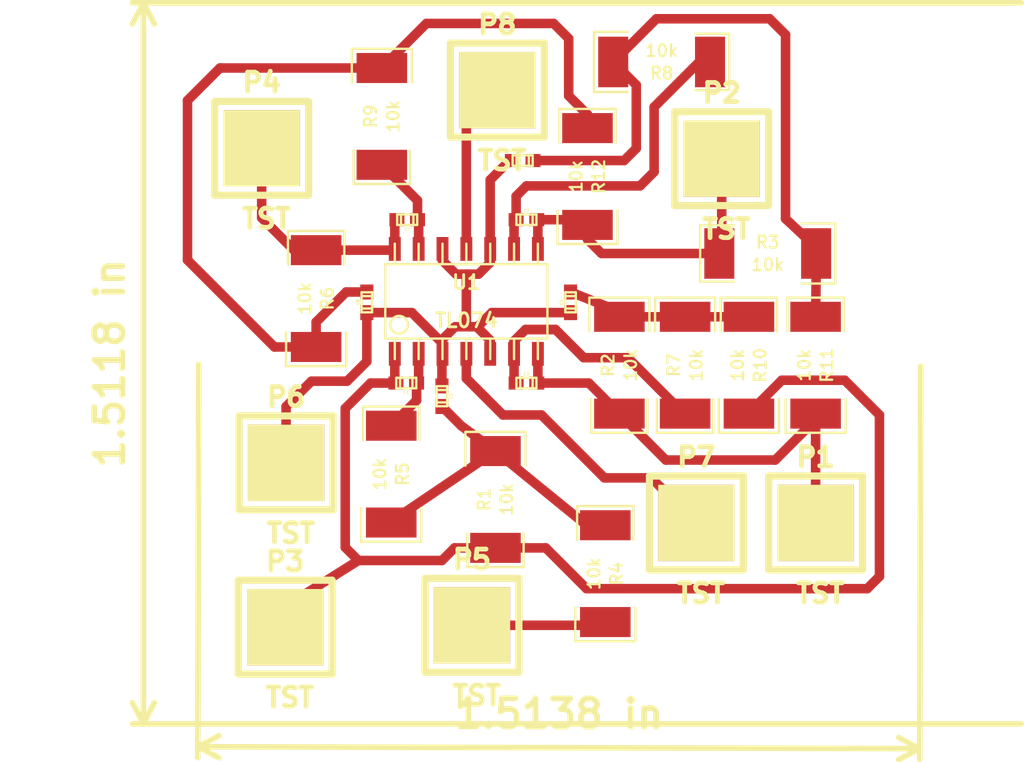
<source format=kicad_pcb>
(kicad_pcb (version 3) (host pcbnew "(2013-07-07 BZR 4022)-stable")

  (general
    (links 46)
    (no_connects 0)
    (area 0 0 0 0)
    (thickness 1.6)
    (drawings 2)
    (tracks 153)
    (zones 0)
    (modules 29)
    (nets 17)
  )

  (page A3)
  (layers
    (15 F.Cu signal)
    (0 B.Cu signal)
    (16 B.Adhes user)
    (17 F.Adhes user)
    (18 B.Paste user)
    (19 F.Paste user)
    (20 B.SilkS user)
    (21 F.SilkS user)
    (22 B.Mask user)
    (23 F.Mask user)
    (24 Dwgs.User user)
    (25 Cmts.User user)
    (26 Eco1.User user)
    (27 Eco2.User user)
    (28 Edge.Cuts user)
  )

  (setup
    (last_trace_width 0.508)
    (user_trace_width 0.508)
    (trace_clearance 0.254)
    (zone_clearance 0.508)
    (zone_45_only no)
    (trace_min 0.254)
    (segment_width 0.2)
    (edge_width 0.1)
    (via_size 0.889)
    (via_drill 0.635)
    (via_min_size 0.889)
    (via_min_drill 0.508)
    (uvia_size 0.508)
    (uvia_drill 0.127)
    (uvias_allowed no)
    (uvia_min_size 0.508)
    (uvia_min_drill 0.127)
    (pcb_text_width 0.3)
    (pcb_text_size 1.5 1.5)
    (mod_edge_width 0.15)
    (mod_text_size 1 1)
    (mod_text_width 0.15)
    (pad_size 1.5 1.5)
    (pad_drill 0.6)
    (pad_to_mask_clearance 0)
    (aux_axis_origin 0 0)
    (visible_elements 7FFFFFFF)
    (pcbplotparams
      (layerselection 3178497)
      (usegerberextensions true)
      (excludeedgelayer true)
      (linewidth 0.150000)
      (plotframeref false)
      (viasonmask false)
      (mode 1)
      (useauxorigin false)
      (hpglpennumber 1)
      (hpglpenspeed 20)
      (hpglpendiameter 15)
      (hpglpenoverlay 2)
      (psnegative false)
      (psa4output false)
      (plotreference true)
      (plotvalue true)
      (plotothertext true)
      (plotinvisibletext false)
      (padsonsilk false)
      (subtractmaskfromsilk false)
      (outputformat 1)
      (mirror false)
      (drillshape 1)
      (scaleselection 1)
      (outputdirectory ""))
  )

  (net 0 "")
  (net 1 AGND)
  (net 2 N-000001)
  (net 3 N-0000010)
  (net 4 N-0000011)
  (net 5 N-0000012)
  (net 6 N-0000013)
  (net 7 N-0000014)
  (net 8 N-0000015)
  (net 9 N-0000016)
  (net 10 N-000003)
  (net 11 N-000004)
  (net 12 N-000007)
  (net 13 N-000008)
  (net 14 N-000009)
  (net 15 VCC)
  (net 16 VSS)

  (net_class Default "This is the default net class."
    (clearance 0.254)
    (trace_width 0.254)
    (via_dia 0.889)
    (via_drill 0.635)
    (uvia_dia 0.508)
    (uvia_drill 0.127)
    (add_net "")
    (add_net AGND)
    (add_net N-000001)
    (add_net N-0000010)
    (add_net N-0000011)
    (add_net N-0000012)
    (add_net N-0000013)
    (add_net N-0000014)
    (add_net N-0000015)
    (add_net N-0000016)
    (add_net N-000003)
    (add_net N-000004)
    (add_net N-000007)
    (add_net N-000008)
    (add_net N-000009)
    (add_net VCC)
    (add_net VSS)
  )

  (module so-14 (layer F.Cu) (tedit 48A6BF8F) (tstamp 53166A09)
    (at 41.4 31.3)
    (descr SO-14)
    (path /5316679D)
    (attr smd)
    (fp_text reference U1 (at 0 -1.016) (layer F.SilkS)
      (effects (font (size 0.7493 0.7493) (thickness 0.14986)))
    )
    (fp_text value TL074 (at 0 1.016) (layer F.SilkS)
      (effects (font (size 0.7493 0.7493) (thickness 0.14986)))
    )
    (fp_line (start -4.318 -1.9812) (end -4.318 1.9812) (layer F.SilkS) (width 0.127))
    (fp_line (start -4.318 1.9812) (end 4.318 1.9812) (layer F.SilkS) (width 0.127))
    (fp_line (start 4.318 1.9812) (end 4.318 -1.9812) (layer F.SilkS) (width 0.127))
    (fp_line (start 4.318 -1.9812) (end -4.318 -1.9812) (layer F.SilkS) (width 0.127))
    (fp_line (start -2.54 -1.9812) (end -2.54 -3.0734) (layer F.SilkS) (width 0.127))
    (fp_line (start -1.27 -1.9812) (end -1.27 -3.0734) (layer F.SilkS) (width 0.127))
    (fp_line (start 0 -1.9812) (end 0 -3.0734) (layer F.SilkS) (width 0.127))
    (fp_line (start -3.81 -1.9812) (end -3.81 -3.0734) (layer F.SilkS) (width 0.127))
    (fp_line (start 1.27 -3.0734) (end 1.27 -1.9812) (layer F.SilkS) (width 0.127))
    (fp_line (start 2.54 -3.0734) (end 2.54 -1.9812) (layer F.SilkS) (width 0.127))
    (fp_line (start 3.81 -3.0734) (end 3.81 -1.9812) (layer F.SilkS) (width 0.127))
    (fp_line (start 3.81 1.9812) (end 3.81 3.0734) (layer F.SilkS) (width 0.127))
    (fp_line (start 2.54 1.9812) (end 2.54 3.0734) (layer F.SilkS) (width 0.127))
    (fp_line (start -3.81 1.9812) (end -3.81 3.0734) (layer F.SilkS) (width 0.127))
    (fp_line (start -2.54 3.0734) (end -2.54 1.9812) (layer F.SilkS) (width 0.127))
    (fp_line (start 1.27 3.0734) (end 1.27 1.9812) (layer F.SilkS) (width 0.127))
    (fp_line (start 0 3.0734) (end 0 1.9812) (layer F.SilkS) (width 0.127))
    (fp_line (start -1.27 3.0734) (end -1.27 1.9812) (layer F.SilkS) (width 0.127))
    (fp_circle (center -3.5814 1.2446) (end -3.8608 1.6256) (layer F.SilkS) (width 0.127))
    (pad 1 smd rect (at -3.81 2.794) (size 0.635 1.27)
      (layers F.Cu F.Paste F.Mask)
      (net 13 N-000008)
    )
    (pad 2 smd rect (at -2.54 2.794) (size 0.635 1.27)
      (layers F.Cu F.Paste F.Mask)
      (net 2 N-000001)
    )
    (pad 3 smd rect (at -1.27 2.794) (size 0.635 1.27)
      (layers F.Cu F.Paste F.Mask)
      (net 1 AGND)
    )
    (pad 4 smd rect (at 0 2.794) (size 0.635 1.27)
      (layers F.Cu F.Paste F.Mask)
      (net 15 VCC)
    )
    (pad 5 smd rect (at 1.27 2.794) (size 0.635 1.27)
      (layers F.Cu F.Paste F.Mask)
      (net 1 AGND)
    )
    (pad 6 smd rect (at 2.54 2.794) (size 0.635 1.27)
      (layers F.Cu F.Paste F.Mask)
      (net 10 N-000003)
    )
    (pad 7 smd rect (at 3.81 2.794) (size 0.635 1.27)
      (layers F.Cu F.Paste F.Mask)
      (net 14 N-000009)
    )
    (pad 8 smd rect (at 3.81 -2.794) (size 0.635 1.27)
      (layers F.Cu F.Paste F.Mask)
      (net 11 N-000004)
    )
    (pad 9 smd rect (at 2.54 -2.794) (size 0.635 1.27)
      (layers F.Cu F.Paste F.Mask)
      (net 3 N-0000010)
    )
    (pad 10 smd rect (at 1.27 -2.794) (size 0.635 1.27)
      (layers F.Cu F.Paste F.Mask)
      (net 1 AGND)
    )
    (pad 11 smd rect (at 0 -2.794) (size 0.635 1.27)
      (layers F.Cu F.Paste F.Mask)
      (net 16 VSS)
    )
    (pad 12 smd rect (at -1.27 -2.794) (size 0.635 1.27)
      (layers F.Cu F.Paste F.Mask)
      (net 1 AGND)
    )
    (pad 13 smd rect (at -2.54 -2.794) (size 0.635 1.27)
      (layers F.Cu F.Paste F.Mask)
      (net 12 N-000007)
    )
    (pad 14 smd rect (at -3.81 -2.794) (size 0.635 1.27)
      (layers F.Cu F.Paste F.Mask)
      (net 9 N-0000016)
    )
    (model smd/smd_dil/so-14.wrl
      (at (xyz 0 0 0))
      (scale (xyz 1 1 1))
      (rotate (xyz 0 0 0))
    )
  )

  (module r_2010 (layer F.Cu) (tedit 4E57AD50) (tstamp 53166A15)
    (at 47.85 24.65 270)
    (descr "SMT resistor, 2010")
    (path /530A9780)
    (fp_text reference R12 (at 0 -0.59944 270) (layer F.SilkS)
      (effects (font (size 0.635 0.635) (thickness 0.11938)))
    )
    (fp_text value 10k (at 0 0.59944 270) (layer F.SilkS)
      (effects (font (size 0.635 0.635) (thickness 0.11938)))
    )
    (fp_line (start 1.80086 -1.6002) (end 3.59918 -1.6002) (layer F.SilkS) (width 0.127))
    (fp_line (start 3.59918 -1.6002) (end 3.59918 1.6002) (layer F.SilkS) (width 0.127))
    (fp_line (start 3.59918 1.6002) (end 1.80086 1.6002) (layer F.SilkS) (width 0.127))
    (fp_line (start -1.80086 -1.50114) (end -3.59918 -1.50114) (layer F.SilkS) (width 0.127))
    (fp_line (start -3.59918 -1.50114) (end -3.59918 1.50114) (layer F.SilkS) (width 0.127))
    (fp_line (start -3.59918 1.50114) (end -1.80086 1.50114) (layer F.SilkS) (width 0.127))
    (pad 1 smd rect (at 2.5781 0 270) (size 1.6002 2.6924)
      (layers F.Cu F.Paste F.Mask)
      (net 11 N-000004)
    )
    (pad 2 smd rect (at -2.5781 0 270) (size 1.6002 2.6924)
      (layers F.Cu F.Paste F.Mask)
      (net 5 N-0000012)
    )
    (model smd/resistors/r_2010.wrl
      (at (xyz 0 0 0))
      (scale (xyz 1 1 1))
      (rotate (xyz 0 0 0))
    )
  )

  (module r_2010 (layer F.Cu) (tedit 4E57AD50) (tstamp 53166A21)
    (at 53.05 34.7 90)
    (descr "SMT resistor, 2010")
    (path /53166DF4)
    (fp_text reference R7 (at 0 -0.59944 90) (layer F.SilkS)
      (effects (font (size 0.635 0.635) (thickness 0.11938)))
    )
    (fp_text value 10k (at 0 0.59944 90) (layer F.SilkS)
      (effects (font (size 0.635 0.635) (thickness 0.11938)))
    )
    (fp_line (start 1.80086 -1.6002) (end 3.59918 -1.6002) (layer F.SilkS) (width 0.127))
    (fp_line (start 3.59918 -1.6002) (end 3.59918 1.6002) (layer F.SilkS) (width 0.127))
    (fp_line (start 3.59918 1.6002) (end 1.80086 1.6002) (layer F.SilkS) (width 0.127))
    (fp_line (start -1.80086 -1.50114) (end -3.59918 -1.50114) (layer F.SilkS) (width 0.127))
    (fp_line (start -3.59918 -1.50114) (end -3.59918 1.50114) (layer F.SilkS) (width 0.127))
    (fp_line (start -3.59918 1.50114) (end -1.80086 1.50114) (layer F.SilkS) (width 0.127))
    (pad 1 smd rect (at 2.5781 0 90) (size 1.6002 2.6924)
      (layers F.Cu F.Paste F.Mask)
      (net 7 N-0000014)
    )
    (pad 2 smd rect (at -2.5781 0 90) (size 1.6002 2.6924)
      (layers F.Cu F.Paste F.Mask)
      (net 10 N-000003)
    )
    (model smd/resistors/r_2010.wrl
      (at (xyz 0 0 0))
      (scale (xyz 1 1 1))
      (rotate (xyz 0 0 0))
    )
  )

  (module r_2010 (layer F.Cu) (tedit 4E57AD50) (tstamp 53166A2D)
    (at 33.4 31.15 270)
    (descr "SMT resistor, 2010")
    (path /530A9798)
    (fp_text reference R6 (at 0 -0.59944 270) (layer F.SilkS)
      (effects (font (size 0.635 0.635) (thickness 0.11938)))
    )
    (fp_text value 10k (at 0 0.59944 270) (layer F.SilkS)
      (effects (font (size 0.635 0.635) (thickness 0.11938)))
    )
    (fp_line (start 1.80086 -1.6002) (end 3.59918 -1.6002) (layer F.SilkS) (width 0.127))
    (fp_line (start 3.59918 -1.6002) (end 3.59918 1.6002) (layer F.SilkS) (width 0.127))
    (fp_line (start 3.59918 1.6002) (end 1.80086 1.6002) (layer F.SilkS) (width 0.127))
    (fp_line (start -1.80086 -1.50114) (end -3.59918 -1.50114) (layer F.SilkS) (width 0.127))
    (fp_line (start -3.59918 -1.50114) (end -3.59918 1.50114) (layer F.SilkS) (width 0.127))
    (fp_line (start -3.59918 1.50114) (end -1.80086 1.50114) (layer F.SilkS) (width 0.127))
    (pad 1 smd rect (at 2.5781 0 270) (size 1.6002 2.6924)
      (layers F.Cu F.Paste F.Mask)
      (net 5 N-0000012)
    )
    (pad 2 smd rect (at -2.5781 0 270) (size 1.6002 2.6924)
      (layers F.Cu F.Paste F.Mask)
      (net 9 N-0000016)
    )
    (model smd/resistors/r_2010.wrl
      (at (xyz 0 0 0))
      (scale (xyz 1 1 1))
      (rotate (xyz 0 0 0))
    )
  )

  (module r_2010 (layer F.Cu) (tedit 4E57AD50) (tstamp 53166A39)
    (at 36.9 21.45 90)
    (descr "SMT resistor, 2010")
    (path /530A9786)
    (fp_text reference R9 (at 0 -0.59944 90) (layer F.SilkS)
      (effects (font (size 0.635 0.635) (thickness 0.11938)))
    )
    (fp_text value 10k (at 0 0.59944 90) (layer F.SilkS)
      (effects (font (size 0.635 0.635) (thickness 0.11938)))
    )
    (fp_line (start 1.80086 -1.6002) (end 3.59918 -1.6002) (layer F.SilkS) (width 0.127))
    (fp_line (start 3.59918 -1.6002) (end 3.59918 1.6002) (layer F.SilkS) (width 0.127))
    (fp_line (start 3.59918 1.6002) (end 1.80086 1.6002) (layer F.SilkS) (width 0.127))
    (fp_line (start -1.80086 -1.50114) (end -3.59918 -1.50114) (layer F.SilkS) (width 0.127))
    (fp_line (start -3.59918 -1.50114) (end -3.59918 1.50114) (layer F.SilkS) (width 0.127))
    (fp_line (start -3.59918 1.50114) (end -1.80086 1.50114) (layer F.SilkS) (width 0.127))
    (pad 1 smd rect (at 2.5781 0 90) (size 1.6002 2.6924)
      (layers F.Cu F.Paste F.Mask)
      (net 5 N-0000012)
    )
    (pad 2 smd rect (at -2.5781 0 90) (size 1.6002 2.6924)
      (layers F.Cu F.Paste F.Mask)
      (net 12 N-000007)
    )
    (model smd/resistors/r_2010.wrl
      (at (xyz 0 0 0))
      (scale (xyz 1 1 1))
      (rotate (xyz 0 0 0))
    )
  )

  (module r_2010 (layer F.Cu) (tedit 4E57AD50) (tstamp 53166A45)
    (at 48.8 45.8 270)
    (descr "SMT resistor, 2010")
    (path /53026A05)
    (fp_text reference R4 (at 0 -0.59944 270) (layer F.SilkS)
      (effects (font (size 0.635 0.635) (thickness 0.11938)))
    )
    (fp_text value 10k (at 0 0.59944 270) (layer F.SilkS)
      (effects (font (size 0.635 0.635) (thickness 0.11938)))
    )
    (fp_line (start 1.80086 -1.6002) (end 3.59918 -1.6002) (layer F.SilkS) (width 0.127))
    (fp_line (start 3.59918 -1.6002) (end 3.59918 1.6002) (layer F.SilkS) (width 0.127))
    (fp_line (start 3.59918 1.6002) (end 1.80086 1.6002) (layer F.SilkS) (width 0.127))
    (fp_line (start -1.80086 -1.50114) (end -3.59918 -1.50114) (layer F.SilkS) (width 0.127))
    (fp_line (start -3.59918 -1.50114) (end -3.59918 1.50114) (layer F.SilkS) (width 0.127))
    (fp_line (start -3.59918 1.50114) (end -1.80086 1.50114) (layer F.SilkS) (width 0.127))
    (pad 1 smd rect (at 2.5781 0 270) (size 1.6002 2.6924)
      (layers F.Cu F.Paste F.Mask)
      (net 8 N-0000015)
    )
    (pad 2 smd rect (at -2.5781 0 270) (size 1.6002 2.6924)
      (layers F.Cu F.Paste F.Mask)
      (net 6 N-0000013)
    )
    (model smd/resistors/r_2010.wrl
      (at (xyz 0 0 0))
      (scale (xyz 1 1 1))
      (rotate (xyz 0 0 0))
    )
  )

  (module r_2010 (layer F.Cu) (tedit 4E57AD50) (tstamp 53166A51)
    (at 57.45 28.75)
    (descr "SMT resistor, 2010")
    (path /530A94AE)
    (fp_text reference R3 (at 0 -0.59944) (layer F.SilkS)
      (effects (font (size 0.635 0.635) (thickness 0.11938)))
    )
    (fp_text value 10k (at 0 0.59944) (layer F.SilkS)
      (effects (font (size 0.635 0.635) (thickness 0.11938)))
    )
    (fp_line (start 1.80086 -1.6002) (end 3.59918 -1.6002) (layer F.SilkS) (width 0.127))
    (fp_line (start 3.59918 -1.6002) (end 3.59918 1.6002) (layer F.SilkS) (width 0.127))
    (fp_line (start 3.59918 1.6002) (end 1.80086 1.6002) (layer F.SilkS) (width 0.127))
    (fp_line (start -1.80086 -1.50114) (end -3.59918 -1.50114) (layer F.SilkS) (width 0.127))
    (fp_line (start -3.59918 -1.50114) (end -3.59918 1.50114) (layer F.SilkS) (width 0.127))
    (fp_line (start -3.59918 1.50114) (end -1.80086 1.50114) (layer F.SilkS) (width 0.127))
    (pad 1 smd rect (at 2.5781 0) (size 1.6002 2.6924)
      (layers F.Cu F.Paste F.Mask)
      (net 4 N-0000011)
    )
    (pad 2 smd rect (at -2.5781 0) (size 1.6002 2.6924)
      (layers F.Cu F.Paste F.Mask)
      (net 11 N-000004)
    )
    (model smd/resistors/r_2010.wrl
      (at (xyz 0 0 0))
      (scale (xyz 1 1 1))
      (rotate (xyz 0 0 0))
    )
  )

  (module r_2010 (layer F.Cu) (tedit 4E57AD50) (tstamp 53166A5D)
    (at 51.8 18.55 180)
    (descr "SMT resistor, 2010")
    (path /530A949C)
    (fp_text reference R8 (at 0 -0.59944 180) (layer F.SilkS)
      (effects (font (size 0.635 0.635) (thickness 0.11938)))
    )
    (fp_text value 10k (at 0 0.59944 180) (layer F.SilkS)
      (effects (font (size 0.635 0.635) (thickness 0.11938)))
    )
    (fp_line (start 1.80086 -1.6002) (end 3.59918 -1.6002) (layer F.SilkS) (width 0.127))
    (fp_line (start 3.59918 -1.6002) (end 3.59918 1.6002) (layer F.SilkS) (width 0.127))
    (fp_line (start 3.59918 1.6002) (end 1.80086 1.6002) (layer F.SilkS) (width 0.127))
    (fp_line (start -1.80086 -1.50114) (end -3.59918 -1.50114) (layer F.SilkS) (width 0.127))
    (fp_line (start -3.59918 -1.50114) (end -3.59918 1.50114) (layer F.SilkS) (width 0.127))
    (fp_line (start -3.59918 1.50114) (end -1.80086 1.50114) (layer F.SilkS) (width 0.127))
    (pad 1 smd rect (at 2.5781 0 180) (size 1.6002 2.6924)
      (layers F.Cu F.Paste F.Mask)
      (net 4 N-0000011)
    )
    (pad 2 smd rect (at -2.5781 0 180) (size 1.6002 2.6924)
      (layers F.Cu F.Paste F.Mask)
      (net 3 N-0000010)
    )
    (model smd/resistors/r_2010.wrl
      (at (xyz 0 0 0))
      (scale (xyz 1 1 1))
      (rotate (xyz 0 0 0))
    )
  )

  (module r_2010 (layer F.Cu) (tedit 4E57AD50) (tstamp 53166A69)
    (at 42.95 41.85 90)
    (descr "SMT resistor, 2010")
    (path /53026A24)
    (fp_text reference R1 (at 0 -0.59944 90) (layer F.SilkS)
      (effects (font (size 0.635 0.635) (thickness 0.11938)))
    )
    (fp_text value 10k (at 0 0.59944 90) (layer F.SilkS)
      (effects (font (size 0.635 0.635) (thickness 0.11938)))
    )
    (fp_line (start 1.80086 -1.6002) (end 3.59918 -1.6002) (layer F.SilkS) (width 0.127))
    (fp_line (start 3.59918 -1.6002) (end 3.59918 1.6002) (layer F.SilkS) (width 0.127))
    (fp_line (start 3.59918 1.6002) (end 1.80086 1.6002) (layer F.SilkS) (width 0.127))
    (fp_line (start -1.80086 -1.50114) (end -3.59918 -1.50114) (layer F.SilkS) (width 0.127))
    (fp_line (start -3.59918 -1.50114) (end -3.59918 1.50114) (layer F.SilkS) (width 0.127))
    (fp_line (start -3.59918 1.50114) (end -1.80086 1.50114) (layer F.SilkS) (width 0.127))
    (pad 1 smd rect (at 2.5781 0 90) (size 1.6002 2.6924)
      (layers F.Cu F.Paste F.Mask)
      (net 6 N-0000013)
    )
    (pad 2 smd rect (at -2.5781 0 90) (size 1.6002 2.6924)
      (layers F.Cu F.Paste F.Mask)
      (net 13 N-000008)
    )
    (model smd/resistors/r_2010.wrl
      (at (xyz 0 0 0))
      (scale (xyz 1 1 1))
      (rotate (xyz 0 0 0))
    )
  )

  (module r_2010 (layer F.Cu) (tedit 4E57AD50) (tstamp 53166A75)
    (at 37.4 40.5 270)
    (descr "SMT resistor, 2010")
    (path /53026A0B)
    (fp_text reference R5 (at 0 -0.59944 270) (layer F.SilkS)
      (effects (font (size 0.635 0.635) (thickness 0.11938)))
    )
    (fp_text value 10k (at 0 0.59944 270) (layer F.SilkS)
      (effects (font (size 0.635 0.635) (thickness 0.11938)))
    )
    (fp_line (start 1.80086 -1.6002) (end 3.59918 -1.6002) (layer F.SilkS) (width 0.127))
    (fp_line (start 3.59918 -1.6002) (end 3.59918 1.6002) (layer F.SilkS) (width 0.127))
    (fp_line (start 3.59918 1.6002) (end 1.80086 1.6002) (layer F.SilkS) (width 0.127))
    (fp_line (start -1.80086 -1.50114) (end -3.59918 -1.50114) (layer F.SilkS) (width 0.127))
    (fp_line (start -3.59918 -1.50114) (end -3.59918 1.50114) (layer F.SilkS) (width 0.127))
    (fp_line (start -3.59918 1.50114) (end -1.80086 1.50114) (layer F.SilkS) (width 0.127))
    (pad 1 smd rect (at 2.5781 0 270) (size 1.6002 2.6924)
      (layers F.Cu F.Paste F.Mask)
      (net 6 N-0000013)
    )
    (pad 2 smd rect (at -2.5781 0 270) (size 1.6002 2.6924)
      (layers F.Cu F.Paste F.Mask)
      (net 2 N-000001)
    )
    (model smd/resistors/r_2010.wrl
      (at (xyz 0 0 0))
      (scale (xyz 1 1 1))
      (rotate (xyz 0 0 0))
    )
  )

  (module r_2010 (layer F.Cu) (tedit 4E57AD50) (tstamp 53166A81)
    (at 60 34.7 270)
    (descr "SMT resistor, 2010")
    (path /530A9496)
    (fp_text reference R11 (at 0 -0.59944 270) (layer F.SilkS)
      (effects (font (size 0.635 0.635) (thickness 0.11938)))
    )
    (fp_text value 10k (at 0 0.59944 270) (layer F.SilkS)
      (effects (font (size 0.635 0.635) (thickness 0.11938)))
    )
    (fp_line (start 1.80086 -1.6002) (end 3.59918 -1.6002) (layer F.SilkS) (width 0.127))
    (fp_line (start 3.59918 -1.6002) (end 3.59918 1.6002) (layer F.SilkS) (width 0.127))
    (fp_line (start 3.59918 1.6002) (end 1.80086 1.6002) (layer F.SilkS) (width 0.127))
    (fp_line (start -1.80086 -1.50114) (end -3.59918 -1.50114) (layer F.SilkS) (width 0.127))
    (fp_line (start -3.59918 -1.50114) (end -3.59918 1.50114) (layer F.SilkS) (width 0.127))
    (fp_line (start -3.59918 1.50114) (end -1.80086 1.50114) (layer F.SilkS) (width 0.127))
    (pad 1 smd rect (at 2.5781 0 270) (size 1.6002 2.6924)
      (layers F.Cu F.Paste F.Mask)
      (net 14 N-000009)
    )
    (pad 2 smd rect (at -2.5781 0 270) (size 1.6002 2.6924)
      (layers F.Cu F.Paste F.Mask)
      (net 4 N-0000011)
    )
    (model smd/resistors/r_2010.wrl
      (at (xyz 0 0 0))
      (scale (xyz 1 1 1))
      (rotate (xyz 0 0 0))
    )
  )

  (module r_2010 (layer F.Cu) (tedit 4E57AD50) (tstamp 53166A8D)
    (at 56.45 34.7 270)
    (descr "SMT resistor, 2010")
    (path /53096FDC)
    (fp_text reference R10 (at 0 -0.59944 270) (layer F.SilkS)
      (effects (font (size 0.635 0.635) (thickness 0.11938)))
    )
    (fp_text value 10k (at 0 0.59944 270) (layer F.SilkS)
      (effects (font (size 0.635 0.635) (thickness 0.11938)))
    )
    (fp_line (start 1.80086 -1.6002) (end 3.59918 -1.6002) (layer F.SilkS) (width 0.127))
    (fp_line (start 3.59918 -1.6002) (end 3.59918 1.6002) (layer F.SilkS) (width 0.127))
    (fp_line (start 3.59918 1.6002) (end 1.80086 1.6002) (layer F.SilkS) (width 0.127))
    (fp_line (start -1.80086 -1.50114) (end -3.59918 -1.50114) (layer F.SilkS) (width 0.127))
    (fp_line (start -3.59918 -1.50114) (end -3.59918 1.50114) (layer F.SilkS) (width 0.127))
    (fp_line (start -3.59918 1.50114) (end -1.80086 1.50114) (layer F.SilkS) (width 0.127))
    (pad 1 smd rect (at 2.5781 0 270) (size 1.6002 2.6924)
      (layers F.Cu F.Paste F.Mask)
      (net 13 N-000008)
    )
    (pad 2 smd rect (at -2.5781 0 270) (size 1.6002 2.6924)
      (layers F.Cu F.Paste F.Mask)
      (net 7 N-0000014)
    )
    (model smd/resistors/r_2010.wrl
      (at (xyz 0 0 0))
      (scale (xyz 1 1 1))
      (rotate (xyz 0 0 0))
    )
  )

  (module r_2010 (layer F.Cu) (tedit 4E57AD50) (tstamp 53166A99)
    (at 49.55 34.7 90)
    (descr "SMT resistor, 2010")
    (path /53096FF4)
    (fp_text reference R2 (at 0 -0.59944 90) (layer F.SilkS)
      (effects (font (size 0.635 0.635) (thickness 0.11938)))
    )
    (fp_text value 10k (at 0 0.59944 90) (layer F.SilkS)
      (effects (font (size 0.635 0.635) (thickness 0.11938)))
    )
    (fp_line (start 1.80086 -1.6002) (end 3.59918 -1.6002) (layer F.SilkS) (width 0.127))
    (fp_line (start 3.59918 -1.6002) (end 3.59918 1.6002) (layer F.SilkS) (width 0.127))
    (fp_line (start 3.59918 1.6002) (end 1.80086 1.6002) (layer F.SilkS) (width 0.127))
    (fp_line (start -1.80086 -1.50114) (end -3.59918 -1.50114) (layer F.SilkS) (width 0.127))
    (fp_line (start -3.59918 -1.50114) (end -3.59918 1.50114) (layer F.SilkS) (width 0.127))
    (fp_line (start -3.59918 1.50114) (end -1.80086 1.50114) (layer F.SilkS) (width 0.127))
    (pad 1 smd rect (at 2.5781 0 90) (size 1.6002 2.6924)
      (layers F.Cu F.Paste F.Mask)
      (net 7 N-0000014)
    )
    (pad 2 smd rect (at -2.5781 0 90) (size 1.6002 2.6924)
      (layers F.Cu F.Paste F.Mask)
      (net 14 N-000009)
    )
    (model smd/resistors/r_2010.wrl
      (at (xyz 0 0 0))
      (scale (xyz 1 1 1))
      (rotate (xyz 0 0 0))
    )
  )

  (module c_0402 (layer F.Cu) (tedit 49047259) (tstamp 53166AA5)
    (at 46.95 31.35 90)
    (descr "SMT capacitor, 0402")
    (path /53096FE8)
    (fp_text reference C6 (at 0 -0.4826 90) (layer F.SilkS)
      (effects (font (size 0.1524 0.1524) (thickness 0.03048)))
    )
    (fp_text value 1.15nF (at 0 0.4826 90) (layer F.SilkS) hide
      (effects (font (size 0.1524 0.1524) (thickness 0.03048)))
    )
    (fp_line (start 0.3302 -0.2794) (end 0.3302 0.2794) (layer F.SilkS) (width 0.127))
    (fp_line (start -0.3302 -0.2794) (end -0.3302 0.2794) (layer F.SilkS) (width 0.127))
    (fp_line (start -0.5334 -0.2794) (end -0.5334 0.2794) (layer F.SilkS) (width 0.127))
    (fp_line (start -0.5334 0.2794) (end 0.5334 0.2794) (layer F.SilkS) (width 0.127))
    (fp_line (start 0.5334 0.2794) (end 0.5334 -0.2794) (layer F.SilkS) (width 0.127))
    (fp_line (start 0.5334 -0.2794) (end -0.5334 -0.2794) (layer F.SilkS) (width 0.127))
    (pad 1 smd rect (at 0.54864 0 90) (size 0.8001 0.6985)
      (layers F.Cu F.Paste F.Mask)
      (net 7 N-0000014)
    )
    (pad 2 smd rect (at -0.54864 0 90) (size 0.8001 0.6985)
      (layers F.Cu F.Paste F.Mask)
      (net 1 AGND)
    )
    (model smd/capacitors/c_0402.wrl
      (at (xyz 0 0 0))
      (scale (xyz 1 1 1))
      (rotate (xyz 0 0 0))
    )
  )

  (module c_0402 (layer F.Cu) (tedit 49047259) (tstamp 53166AB1)
    (at 44.6 26.95)
    (descr "SMT capacitor, 0402")
    (path /530A94A8)
    (fp_text reference C3 (at 0 -0.4826) (layer F.SilkS)
      (effects (font (size 0.1524 0.1524) (thickness 0.03048)))
    )
    (fp_text value 237pF (at 0 0.4826) (layer F.SilkS) hide
      (effects (font (size 0.1524 0.1524) (thickness 0.03048)))
    )
    (fp_line (start 0.3302 -0.2794) (end 0.3302 0.2794) (layer F.SilkS) (width 0.127))
    (fp_line (start -0.3302 -0.2794) (end -0.3302 0.2794) (layer F.SilkS) (width 0.127))
    (fp_line (start -0.5334 -0.2794) (end -0.5334 0.2794) (layer F.SilkS) (width 0.127))
    (fp_line (start -0.5334 0.2794) (end 0.5334 0.2794) (layer F.SilkS) (width 0.127))
    (fp_line (start 0.5334 0.2794) (end 0.5334 -0.2794) (layer F.SilkS) (width 0.127))
    (fp_line (start 0.5334 -0.2794) (end -0.5334 -0.2794) (layer F.SilkS) (width 0.127))
    (pad 1 smd rect (at 0.54864 0) (size 0.8001 0.6985)
      (layers F.Cu F.Paste F.Mask)
      (net 11 N-000004)
    )
    (pad 2 smd rect (at -0.54864 0) (size 0.8001 0.6985)
      (layers F.Cu F.Paste F.Mask)
      (net 3 N-0000010)
    )
    (model smd/capacitors/c_0402.wrl
      (at (xyz 0 0 0))
      (scale (xyz 1 1 1))
      (rotate (xyz 0 0 0))
    )
  )

  (module c_0402 (layer F.Cu) (tedit 49047259) (tstamp 53166ABD)
    (at 36.1 31.35 90)
    (descr "SMT capacitor, 0402")
    (path /530A978C)
    (fp_text reference C8 (at 0 -0.4826 90) (layer F.SilkS)
      (effects (font (size 0.1524 0.1524) (thickness 0.03048)))
    )
    (fp_text value 4.87nF (at 0 0.4826 90) (layer F.SilkS) hide
      (effects (font (size 0.1524 0.1524) (thickness 0.03048)))
    )
    (fp_line (start 0.3302 -0.2794) (end 0.3302 0.2794) (layer F.SilkS) (width 0.127))
    (fp_line (start -0.3302 -0.2794) (end -0.3302 0.2794) (layer F.SilkS) (width 0.127))
    (fp_line (start -0.5334 -0.2794) (end -0.5334 0.2794) (layer F.SilkS) (width 0.127))
    (fp_line (start -0.5334 0.2794) (end 0.5334 0.2794) (layer F.SilkS) (width 0.127))
    (fp_line (start 0.5334 0.2794) (end 0.5334 -0.2794) (layer F.SilkS) (width 0.127))
    (fp_line (start 0.5334 -0.2794) (end -0.5334 -0.2794) (layer F.SilkS) (width 0.127))
    (pad 1 smd rect (at 0.54864 0 90) (size 0.8001 0.6985)
      (layers F.Cu F.Paste F.Mask)
      (net 5 N-0000012)
    )
    (pad 2 smd rect (at -0.54864 0 90) (size 0.8001 0.6985)
      (layers F.Cu F.Paste F.Mask)
      (net 1 AGND)
    )
    (model smd/capacitors/c_0402.wrl
      (at (xyz 0 0 0))
      (scale (xyz 1 1 1))
      (rotate (xyz 0 0 0))
    )
  )

  (module c_0402 (layer F.Cu) (tedit 49047259) (tstamp 53166AC9)
    (at 38.25 26.95 180)
    (descr "SMT capacitor, 0402")
    (path /530A9792)
    (fp_text reference C4 (at 0 -0.4826 180) (layer F.SilkS)
      (effects (font (size 0.1524 0.1524) (thickness 0.03048)))
    )
    (fp_text value 82.5pF (at 0 0.4826 180) (layer F.SilkS) hide
      (effects (font (size 0.1524 0.1524) (thickness 0.03048)))
    )
    (fp_line (start 0.3302 -0.2794) (end 0.3302 0.2794) (layer F.SilkS) (width 0.127))
    (fp_line (start -0.3302 -0.2794) (end -0.3302 0.2794) (layer F.SilkS) (width 0.127))
    (fp_line (start -0.5334 -0.2794) (end -0.5334 0.2794) (layer F.SilkS) (width 0.127))
    (fp_line (start -0.5334 0.2794) (end 0.5334 0.2794) (layer F.SilkS) (width 0.127))
    (fp_line (start 0.5334 0.2794) (end 0.5334 -0.2794) (layer F.SilkS) (width 0.127))
    (fp_line (start 0.5334 -0.2794) (end -0.5334 -0.2794) (layer F.SilkS) (width 0.127))
    (pad 1 smd rect (at 0.54864 0 180) (size 0.8001 0.6985)
      (layers F.Cu F.Paste F.Mask)
      (net 9 N-0000016)
    )
    (pad 2 smd rect (at -0.54864 0 180) (size 0.8001 0.6985)
      (layers F.Cu F.Paste F.Mask)
      (net 12 N-000007)
    )
    (model smd/capacitors/c_0402.wrl
      (at (xyz 0 0 0))
      (scale (xyz 1 1 1))
      (rotate (xyz 0 0 0))
    )
  )

  (module c_0402 (layer F.Cu) (tedit 49047259) (tstamp 53166AD5)
    (at 44.4 23.8)
    (descr "SMT capacitor, 0402")
    (path /530A94A2)
    (fp_text reference C7 (at 0 -0.4826) (layer F.SilkS)
      (effects (font (size 0.1524 0.1524) (thickness 0.03048)))
    )
    (fp_text value 1.74nF (at 0 0.4826) (layer F.SilkS) hide
      (effects (font (size 0.1524 0.1524) (thickness 0.03048)))
    )
    (fp_line (start 0.3302 -0.2794) (end 0.3302 0.2794) (layer F.SilkS) (width 0.127))
    (fp_line (start -0.3302 -0.2794) (end -0.3302 0.2794) (layer F.SilkS) (width 0.127))
    (fp_line (start -0.5334 -0.2794) (end -0.5334 0.2794) (layer F.SilkS) (width 0.127))
    (fp_line (start -0.5334 0.2794) (end 0.5334 0.2794) (layer F.SilkS) (width 0.127))
    (fp_line (start 0.5334 0.2794) (end 0.5334 -0.2794) (layer F.SilkS) (width 0.127))
    (fp_line (start 0.5334 -0.2794) (end -0.5334 -0.2794) (layer F.SilkS) (width 0.127))
    (pad 1 smd rect (at 0.54864 0) (size 0.8001 0.6985)
      (layers F.Cu F.Paste F.Mask)
      (net 4 N-0000011)
    )
    (pad 2 smd rect (at -0.54864 0) (size 0.8001 0.6985)
      (layers F.Cu F.Paste F.Mask)
      (net 1 AGND)
    )
    (model smd/capacitors/c_0402.wrl
      (at (xyz 0 0 0))
      (scale (xyz 1 1 1))
      (rotate (xyz 0 0 0))
    )
  )

  (module c_0402 (layer F.Cu) (tedit 49047259) (tstamp 53166AE1)
    (at 40.1 36.35 270)
    (descr "SMT capacitor, 0402")
    (path /53026A18)
    (fp_text reference C5 (at 0 -0.4826 270) (layer F.SilkS)
      (effects (font (size 0.1524 0.1524) (thickness 0.03048)))
    )
    (fp_text value 976pF (at 0 0.4826 270) (layer F.SilkS) hide
      (effects (font (size 0.1524 0.1524) (thickness 0.03048)))
    )
    (fp_line (start 0.3302 -0.2794) (end 0.3302 0.2794) (layer F.SilkS) (width 0.127))
    (fp_line (start -0.3302 -0.2794) (end -0.3302 0.2794) (layer F.SilkS) (width 0.127))
    (fp_line (start -0.5334 -0.2794) (end -0.5334 0.2794) (layer F.SilkS) (width 0.127))
    (fp_line (start -0.5334 0.2794) (end 0.5334 0.2794) (layer F.SilkS) (width 0.127))
    (fp_line (start 0.5334 0.2794) (end 0.5334 -0.2794) (layer F.SilkS) (width 0.127))
    (fp_line (start 0.5334 -0.2794) (end -0.5334 -0.2794) (layer F.SilkS) (width 0.127))
    (pad 1 smd rect (at 0.54864 0 270) (size 0.8001 0.6985)
      (layers F.Cu F.Paste F.Mask)
      (net 6 N-0000013)
    )
    (pad 2 smd rect (at -0.54864 0 270) (size 0.8001 0.6985)
      (layers F.Cu F.Paste F.Mask)
      (net 1 AGND)
    )
    (model smd/capacitors/c_0402.wrl
      (at (xyz 0 0 0))
      (scale (xyz 1 1 1))
      (rotate (xyz 0 0 0))
    )
  )

  (module c_0402 (layer F.Cu) (tedit 49047259) (tstamp 53166AED)
    (at 44.6 35.65)
    (descr "SMT capacitor, 0402")
    (path /53096FEE)
    (fp_text reference C2 (at 0 -0.4826) (layer F.SilkS)
      (effects (font (size 0.1524 0.1524) (thickness 0.03048)))
    )
    (fp_text value 357pF (at 0 0.4826) (layer F.SilkS) hide
      (effects (font (size 0.1524 0.1524) (thickness 0.03048)))
    )
    (fp_line (start 0.3302 -0.2794) (end 0.3302 0.2794) (layer F.SilkS) (width 0.127))
    (fp_line (start -0.3302 -0.2794) (end -0.3302 0.2794) (layer F.SilkS) (width 0.127))
    (fp_line (start -0.5334 -0.2794) (end -0.5334 0.2794) (layer F.SilkS) (width 0.127))
    (fp_line (start -0.5334 0.2794) (end 0.5334 0.2794) (layer F.SilkS) (width 0.127))
    (fp_line (start 0.5334 0.2794) (end 0.5334 -0.2794) (layer F.SilkS) (width 0.127))
    (fp_line (start 0.5334 -0.2794) (end -0.5334 -0.2794) (layer F.SilkS) (width 0.127))
    (pad 1 smd rect (at 0.54864 0) (size 0.8001 0.6985)
      (layers F.Cu F.Paste F.Mask)
      (net 14 N-000009)
    )
    (pad 2 smd rect (at -0.54864 0) (size 0.8001 0.6985)
      (layers F.Cu F.Paste F.Mask)
      (net 10 N-000003)
    )
    (model smd/capacitors/c_0402.wrl
      (at (xyz 0 0 0))
      (scale (xyz 1 1 1))
      (rotate (xyz 0 0 0))
    )
  )

  (module c_0402 (layer F.Cu) (tedit 49047259) (tstamp 53166AF9)
    (at 38.2 35.65 180)
    (descr "SMT capacitor, 0402")
    (path /53097011)
    (fp_text reference C1 (at 0 -0.4826 180) (layer F.SilkS)
      (effects (font (size 0.1524 0.1524) (thickness 0.03048)))
    )
    (fp_text value 412pF (at 0 0.4826 180) (layer F.SilkS) hide
      (effects (font (size 0.1524 0.1524) (thickness 0.03048)))
    )
    (fp_line (start 0.3302 -0.2794) (end 0.3302 0.2794) (layer F.SilkS) (width 0.127))
    (fp_line (start -0.3302 -0.2794) (end -0.3302 0.2794) (layer F.SilkS) (width 0.127))
    (fp_line (start -0.5334 -0.2794) (end -0.5334 0.2794) (layer F.SilkS) (width 0.127))
    (fp_line (start -0.5334 0.2794) (end 0.5334 0.2794) (layer F.SilkS) (width 0.127))
    (fp_line (start 0.5334 0.2794) (end 0.5334 -0.2794) (layer F.SilkS) (width 0.127))
    (fp_line (start 0.5334 -0.2794) (end -0.5334 -0.2794) (layer F.SilkS) (width 0.127))
    (pad 1 smd rect (at 0.54864 0 180) (size 0.8001 0.6985)
      (layers F.Cu F.Paste F.Mask)
      (net 13 N-000008)
    )
    (pad 2 smd rect (at -0.54864 0 180) (size 0.8001 0.6985)
      (layers F.Cu F.Paste F.Mask)
      (net 2 N-000001)
    )
    (model smd/capacitors/c_0402.wrl
      (at (xyz 0 0 0))
      (scale (xyz 1 1 1))
      (rotate (xyz 0 0 0))
    )
  )

  (module 1PIN_SMD (layer F.Cu) (tedit 4F3E5BF2) (tstamp 53166B02)
    (at 41.7 48.55)
    (descr "module 1 pin (ou trou mecanique de percage)")
    (tags DEV)
    (path /531651B7)
    (fp_text reference P5 (at 0 -3.50012) (layer F.SilkS)
      (effects (font (size 1.016 1.016) (thickness 0.254)))
    )
    (fp_text value TST (at 0.24892 3.74904) (layer F.SilkS)
      (effects (font (size 1.016 1.016) (thickness 0.254)))
    )
    (fp_line (start -2.49936 -2.49936) (end 2.49936 -2.49936) (layer F.SilkS) (width 0.381))
    (fp_line (start 2.49936 -2.49936) (end 2.49936 2.49936) (layer F.SilkS) (width 0.381))
    (fp_line (start 2.49936 2.49936) (end -2.49936 2.49936) (layer F.SilkS) (width 0.381))
    (fp_line (start -2.49936 2.49936) (end -2.49936 -2.49936) (layer F.SilkS) (width 0.381))
    (pad 1 smd rect (at 0 0) (size 4.064 4.064)
      (layers F.Cu F.Paste F.SilkS F.Mask)
      (net 8 N-0000015)
    )
  )

  (module 1PIN_SMD (layer F.Cu) (tedit 4F3E5BF2) (tstamp 53166B0B)
    (at 30.5 23.15)
    (descr "module 1 pin (ou trou mecanique de percage)")
    (tags DEV)
    (path /5316523A)
    (fp_text reference P4 (at 0 -3.50012) (layer F.SilkS)
      (effects (font (size 1.016 1.016) (thickness 0.254)))
    )
    (fp_text value TST (at 0.24892 3.74904) (layer F.SilkS)
      (effects (font (size 1.016 1.016) (thickness 0.254)))
    )
    (fp_line (start -2.49936 -2.49936) (end 2.49936 -2.49936) (layer F.SilkS) (width 0.381))
    (fp_line (start 2.49936 -2.49936) (end 2.49936 2.49936) (layer F.SilkS) (width 0.381))
    (fp_line (start 2.49936 2.49936) (end -2.49936 2.49936) (layer F.SilkS) (width 0.381))
    (fp_line (start -2.49936 2.49936) (end -2.49936 -2.49936) (layer F.SilkS) (width 0.381))
    (pad 1 smd rect (at 0 0) (size 4.064 4.064)
      (layers F.Cu F.Paste F.SilkS F.Mask)
      (net 9 N-0000016)
    )
  )

  (module 1PIN_SMD (layer F.Cu) (tedit 4F3E5BF2) (tstamp 53166B14)
    (at 31.75 48.65)
    (descr "module 1 pin (ou trou mecanique de percage)")
    (tags DEV)
    (path /53165435)
    (fp_text reference P3 (at 0 -3.50012) (layer F.SilkS)
      (effects (font (size 1.016 1.016) (thickness 0.254)))
    )
    (fp_text value TST (at 0.24892 3.74904) (layer F.SilkS)
      (effects (font (size 1.016 1.016) (thickness 0.254)))
    )
    (fp_line (start -2.49936 -2.49936) (end 2.49936 -2.49936) (layer F.SilkS) (width 0.381))
    (fp_line (start 2.49936 -2.49936) (end 2.49936 2.49936) (layer F.SilkS) (width 0.381))
    (fp_line (start 2.49936 2.49936) (end -2.49936 2.49936) (layer F.SilkS) (width 0.381))
    (fp_line (start -2.49936 2.49936) (end -2.49936 -2.49936) (layer F.SilkS) (width 0.381))
    (pad 1 smd rect (at 0 0) (size 4.064 4.064)
      (layers F.Cu F.Paste F.SilkS F.Mask)
      (net 13 N-000008)
    )
  )

  (module 1PIN_SMD (layer F.Cu) (tedit 4F3E5BF2) (tstamp 53166B1D)
    (at 60 43.1)
    (descr "module 1 pin (ou trou mecanique de percage)")
    (tags DEV)
    (path /5316547F)
    (fp_text reference P1 (at 0 -3.50012) (layer F.SilkS)
      (effects (font (size 1.016 1.016) (thickness 0.254)))
    )
    (fp_text value TST (at 0.24892 3.74904) (layer F.SilkS)
      (effects (font (size 1.016 1.016) (thickness 0.254)))
    )
    (fp_line (start -2.49936 -2.49936) (end 2.49936 -2.49936) (layer F.SilkS) (width 0.381))
    (fp_line (start 2.49936 -2.49936) (end 2.49936 2.49936) (layer F.SilkS) (width 0.381))
    (fp_line (start 2.49936 2.49936) (end -2.49936 2.49936) (layer F.SilkS) (width 0.381))
    (fp_line (start -2.49936 2.49936) (end -2.49936 -2.49936) (layer F.SilkS) (width 0.381))
    (pad 1 smd rect (at 0 0) (size 4.064 4.064)
      (layers F.Cu F.Paste F.SilkS F.Mask)
      (net 14 N-000009)
    )
  )

  (module 1PIN_SMD (layer F.Cu) (tedit 4F3E5BF2) (tstamp 53166B26)
    (at 55 23.7)
    (descr "module 1 pin (ou trou mecanique de percage)")
    (tags DEV)
    (path /531654CC)
    (fp_text reference P2 (at 0 -3.50012) (layer F.SilkS)
      (effects (font (size 1.016 1.016) (thickness 0.254)))
    )
    (fp_text value TST (at 0.24892 3.74904) (layer F.SilkS)
      (effects (font (size 1.016 1.016) (thickness 0.254)))
    )
    (fp_line (start -2.49936 -2.49936) (end 2.49936 -2.49936) (layer F.SilkS) (width 0.381))
    (fp_line (start 2.49936 -2.49936) (end 2.49936 2.49936) (layer F.SilkS) (width 0.381))
    (fp_line (start 2.49936 2.49936) (end -2.49936 2.49936) (layer F.SilkS) (width 0.381))
    (fp_line (start -2.49936 2.49936) (end -2.49936 -2.49936) (layer F.SilkS) (width 0.381))
    (pad 1 smd rect (at 0 0) (size 4.064 4.064)
      (layers F.Cu F.Paste F.SilkS F.Mask)
      (net 11 N-000004)
    )
  )

  (module 1PIN_SMD (layer F.Cu) (tedit 4F3E5BF2) (tstamp 53166B2F)
    (at 31.8 39.9)
    (descr "module 1 pin (ou trou mecanique de percage)")
    (tags DEV)
    (path /53165675)
    (fp_text reference P6 (at 0 -3.50012) (layer F.SilkS)
      (effects (font (size 1.016 1.016) (thickness 0.254)))
    )
    (fp_text value TST (at 0.24892 3.74904) (layer F.SilkS)
      (effects (font (size 1.016 1.016) (thickness 0.254)))
    )
    (fp_line (start -2.49936 -2.49936) (end 2.49936 -2.49936) (layer F.SilkS) (width 0.381))
    (fp_line (start 2.49936 -2.49936) (end 2.49936 2.49936) (layer F.SilkS) (width 0.381))
    (fp_line (start 2.49936 2.49936) (end -2.49936 2.49936) (layer F.SilkS) (width 0.381))
    (fp_line (start -2.49936 2.49936) (end -2.49936 -2.49936) (layer F.SilkS) (width 0.381))
    (pad 1 smd rect (at 0 0) (size 4.064 4.064)
      (layers F.Cu F.Paste F.SilkS F.Mask)
      (net 1 AGND)
    )
  )

  (module 1PIN_SMD (layer F.Cu) (tedit 4F3E5BF2) (tstamp 531763AD)
    (at 53.65 43.1)
    (descr "module 1 pin (ou trou mecanique de percage)")
    (tags DEV)
    (path /53176471)
    (fp_text reference P7 (at 0 -3.50012) (layer F.SilkS)
      (effects (font (size 1.016 1.016) (thickness 0.254)))
    )
    (fp_text value TST (at 0.24892 3.74904) (layer F.SilkS)
      (effects (font (size 1.016 1.016) (thickness 0.254)))
    )
    (fp_line (start -2.49936 -2.49936) (end 2.49936 -2.49936) (layer F.SilkS) (width 0.381))
    (fp_line (start 2.49936 -2.49936) (end 2.49936 2.49936) (layer F.SilkS) (width 0.381))
    (fp_line (start 2.49936 2.49936) (end -2.49936 2.49936) (layer F.SilkS) (width 0.381))
    (fp_line (start -2.49936 2.49936) (end -2.49936 -2.49936) (layer F.SilkS) (width 0.381))
    (pad 1 smd rect (at 0 0) (size 4.064 4.064)
      (layers F.Cu F.Paste F.SilkS F.Mask)
      (net 15 VCC)
    )
  )

  (module 1PIN_SMD (layer F.Cu) (tedit 4F3E5BF2) (tstamp 531763B6)
    (at 43.05 20.05)
    (descr "module 1 pin (ou trou mecanique de percage)")
    (tags DEV)
    (path /53176477)
    (fp_text reference P8 (at 0 -3.50012) (layer F.SilkS)
      (effects (font (size 1.016 1.016) (thickness 0.254)))
    )
    (fp_text value TST (at 0.24892 3.74904) (layer F.SilkS)
      (effects (font (size 1.016 1.016) (thickness 0.254)))
    )
    (fp_line (start -2.49936 -2.49936) (end 2.49936 -2.49936) (layer F.SilkS) (width 0.381))
    (fp_line (start 2.49936 -2.49936) (end 2.49936 2.49936) (layer F.SilkS) (width 0.381))
    (fp_line (start 2.49936 2.49936) (end -2.49936 2.49936) (layer F.SilkS) (width 0.381))
    (fp_line (start -2.49936 2.49936) (end -2.49936 -2.49936) (layer F.SilkS) (width 0.381))
    (pad 1 smd rect (at 0 0) (size 4.064 4.064)
      (layers F.Cu F.Paste F.SilkS F.Mask)
      (net 16 VSS)
    )
  )

  (dimension 38.4 (width 0.3) (layer F.SilkS)
    (gr_text 38,400mm (at 22.850001 34.599996 270) (layer F.SilkS)
      (effects (font (size 1.5 1.5) (thickness 0.3)))
    )
    (feature1 (pts (xy 70.95 53.8) (xy 21.500001 53.799996)))
    (feature2 (pts (xy 70.95 15.4) (xy 21.500001 15.399996)))
    (crossbar (pts (xy 24.200001 15.399996) (xy 24.200001 53.799996)))
    (arrow1a (pts (xy 24.200001 53.799996) (xy 23.613581 52.673493)))
    (arrow1b (pts (xy 24.200001 53.799996) (xy 24.786421 52.673493)))
    (arrow2a (pts (xy 24.200001 15.399996) (xy 23.613581 16.526499)))
    (arrow2b (pts (xy 24.200001 15.399996) (xy 24.786421 16.526499)))
  )
  (dimension 38.45013 (width 0.3) (layer F.SilkS)
    (gr_text 38,450mm (at 46.318515 56.418324 359.8509866) (layer F.SilkS)
      (effects (font (size 1.5 1.5) (thickness 0.3)))
    )
    (feature1 (pts (xy 65.6 34.75) (xy 65.540004 57.818319)))
    (feature2 (pts (xy 27.15 34.65) (xy 27.090004 57.718319)))
    (crossbar (pts (xy 27.097026 55.018329) (xy 65.547026 55.118329)))
    (arrow1a (pts (xy 65.547026 55.118329) (xy 64.419001 55.701817)))
    (arrow1b (pts (xy 65.547026 55.118329) (xy 64.422052 54.528981)))
    (arrow2a (pts (xy 27.097026 55.018329) (xy 28.222 55.607677)))
    (arrow2b (pts (xy 27.097026 55.018329) (xy 28.225051 54.434841)))
  )

  (segment (start 43.85136 23.8) (end 43.7 23.8) (width 0.508) (layer F.Cu) (net 1))
  (segment (start 42.67 24.83) (end 42.67 28.506) (width 0.508) (layer F.Cu) (net 1) (tstamp 5316804C))
  (segment (start 43.7 23.8) (end 42.67 24.83) (width 0.508) (layer F.Cu) (net 1) (tstamp 5316804B))
  (segment (start 42.1 32.65) (end 42.1 32.55) (width 0.508) (layer F.Cu) (net 1))
  (segment (start 42.75136 31.89864) (end 46.95 31.89864) (width 0.508) (layer F.Cu) (net 1) (tstamp 53167F18))
  (segment (start 42.1 32.55) (end 42.75136 31.89864) (width 0.508) (layer F.Cu) (net 1) (tstamp 53167F17))
  (segment (start 31.8 39.9) (end 31.8 36.9) (width 0.508) (layer F.Cu) (net 1))
  (segment (start 36.1 34.5) (end 36.1 31.89864) (width 0.508) (layer F.Cu) (net 1) (tstamp 53167282))
  (segment (start 35.05 35.55) (end 36.1 34.5) (width 0.508) (layer F.Cu) (net 1) (tstamp 53167281))
  (segment (start 33.15 35.55) (end 35.05 35.55) (width 0.508) (layer F.Cu) (net 1) (tstamp 53167280))
  (segment (start 31.8 36.9) (end 33.15 35.55) (width 0.508) (layer F.Cu) (net 1) (tstamp 5316727F))
  (segment (start 40.1 35.80136) (end 40.1 34.124) (width 0.508) (layer F.Cu) (net 1))
  (segment (start 40.1 34.124) (end 40.13 34.094) (width 0.508) (layer F.Cu) (net 1) (tstamp 531670AF))
  (segment (start 40.1 34.124) (end 40.13 34.094) (width 0.254) (layer F.Cu) (net 1) (tstamp 531670AC))
  (segment (start 36.1 31.89864) (end 38.49864 31.89864) (width 0.508) (layer F.Cu) (net 1))
  (segment (start 40.13 33.53) (end 40.13 34.094) (width 0.508) (layer F.Cu) (net 1) (tstamp 53167032))
  (segment (start 38.49864 31.89864) (end 40.13 33.53) (width 0.508) (layer F.Cu) (net 1) (tstamp 53167030))
  (segment (start 41.4 29.85) (end 41.4 30.05) (width 0.508) (layer F.Cu) (net 1))
  (segment (start 41.4 30.05) (end 41.4 32.65) (width 0.508) (layer F.Cu) (net 1) (tstamp 531676A3))
  (segment (start 41.4 32.65) (end 41.55 32.65) (width 0.508) (layer F.Cu) (net 1) (tstamp 53166FEA))
  (segment (start 40.13 34.094) (end 40.13 33.32) (width 0.508) (layer F.Cu) (net 1))
  (segment (start 40.13 33.32) (end 40.8 32.65) (width 0.508) (layer F.Cu) (net 1) (tstamp 53166FE2))
  (segment (start 40.8 32.65) (end 41.55 32.65) (width 0.508) (layer F.Cu) (net 1) (tstamp 53166FE3))
  (segment (start 42.67 33.37) (end 42.67 34.094) (width 0.508) (layer F.Cu) (net 1) (tstamp 53166FE5))
  (segment (start 42.4 33.1) (end 42.67 33.37) (width 0.508) (layer F.Cu) (net 1) (tstamp 53167592))
  (segment (start 41.55 32.65) (end 42.1 32.65) (width 0.508) (layer F.Cu) (net 1) (tstamp 53166FED))
  (segment (start 41.95 32.65) (end 42.4 33.1) (width 0.508) (layer F.Cu) (net 1) (tstamp 53166FE4))
  (segment (start 42.1 32.65) (end 41.95 32.65) (width 0.508) (layer F.Cu) (net 1) (tstamp 53167043))
  (segment (start 40.13 28.506) (end 40.13 29.13) (width 0.508) (layer F.Cu) (net 1))
  (segment (start 42.67 29.23) (end 42.67 28.506) (width 0.508) (layer F.Cu) (net 1) (tstamp 53166FDF))
  (segment (start 42.05 29.85) (end 42.67 29.23) (width 0.508) (layer F.Cu) (net 1) (tstamp 53166FDE))
  (segment (start 40.85 29.85) (end 41.4 29.85) (width 0.508) (layer F.Cu) (net 1) (tstamp 53166FDD))
  (segment (start 41.4 29.85) (end 42.05 29.85) (width 0.508) (layer F.Cu) (net 1) (tstamp 53166FE8))
  (segment (start 40.13 29.13) (end 40.85 29.85) (width 0.508) (layer F.Cu) (net 1) (tstamp 53166FDC))
  (segment (start 38.74864 35.65) (end 38.74864 36.57326) (width 0.508) (layer F.Cu) (net 2))
  (segment (start 38.74864 36.57326) (end 37.4 37.9219) (width 0.508) (layer F.Cu) (net 2) (tstamp 5316722C))
  (segment (start 38.86 34.094) (end 38.86 35.53864) (width 0.508) (layer F.Cu) (net 2))
  (segment (start 38.86 35.53864) (end 38.74864 35.65) (width 0.508) (layer F.Cu) (net 2) (tstamp 53166FAC))
  (segment (start 54.3781 18.55) (end 53.8 18.55) (width 0.508) (layer F.Cu) (net 3))
  (segment (start 44.05136 25.69864) (end 44.05136 26.95) (width 0.508) (layer F.Cu) (net 3) (tstamp 5316800A))
  (segment (start 44.6 25.15) (end 44.05136 25.69864) (width 0.508) (layer F.Cu) (net 3) (tstamp 53168009))
  (segment (start 50.65 25.15) (end 44.6 25.15) (width 0.508) (layer F.Cu) (net 3) (tstamp 53168008))
  (segment (start 51.4 24.4) (end 50.65 25.15) (width 0.508) (layer F.Cu) (net 3) (tstamp 53168007))
  (segment (start 51.4 20.95) (end 51.4 24.4) (width 0.508) (layer F.Cu) (net 3) (tstamp 53168005))
  (segment (start 53.8 18.55) (end 51.4 20.95) (width 0.508) (layer F.Cu) (net 3) (tstamp 53168004))
  (segment (start 43.94 28.506) (end 43.94 27.06136) (width 0.508) (layer F.Cu) (net 3))
  (segment (start 43.94 27.06136) (end 44.05136 26.95) (width 0.508) (layer F.Cu) (net 3) (tstamp 53166FD6))
  (segment (start 44.94864 23.8) (end 49.8 23.8) (width 0.508) (layer F.Cu) (net 4))
  (segment (start 50.45 19.7781) (end 49.2219 18.55) (width 0.508) (layer F.Cu) (net 4) (tstamp 53168051))
  (segment (start 50.45 23.15) (end 50.45 19.7781) (width 0.508) (layer F.Cu) (net 4) (tstamp 53168050))
  (segment (start 49.8 23.8) (end 50.45 23.15) (width 0.508) (layer F.Cu) (net 4) (tstamp 5316804F))
  (segment (start 60.0281 28.75) (end 60.0281 28.4219) (width 0.508) (layer F.Cu) (net 4) (status 30))
  (segment (start 51.5219 16.25) (end 49.2219 18.55) (width 0.508) (layer F.Cu) (net 4) (tstamp 53168011))
  (segment (start 57.55 16.25) (end 51.5219 16.25) (width 0.508) (layer F.Cu) (net 4) (tstamp 53168010))
  (segment (start 58.4 17.1) (end 57.55 16.25) (width 0.508) (layer F.Cu) (net 4) (tstamp 5316800F))
  (segment (start 58.4 26.9) (end 58.4 17.1) (width 0.508) (layer F.Cu) (net 4) (tstamp 5316800E))
  (segment (start 60.0281 28.4219) (end 58.4 26.9) (width 0.508) (layer F.Cu) (net 4) (tstamp 5316800D) (status 10))
  (segment (start 60 32.1219) (end 60 32.05) (width 0.508) (layer F.Cu) (net 4))
  (segment (start 60.0281 30.0281) (end 60.0281 28.75) (width 0.508) (layer F.Cu) (net 4) (tstamp 531676C7) (status 30))
  (segment (start 60 32.05) (end 60.0281 30.0281) (width 0.508) (layer F.Cu) (net 4) (tstamp 531676C6) (status 20))
  (segment (start 36.9 18.8719) (end 28.2781 18.8719) (width 0.508) (layer F.Cu) (net 5))
  (segment (start 31.1781 33.7281) (end 33.4 33.7281) (width 0.508) (layer F.Cu) (net 5) (tstamp 5317640F))
  (segment (start 26.55 29.1) (end 31.1781 33.7281) (width 0.508) (layer F.Cu) (net 5) (tstamp 5317640E))
  (segment (start 26.55 20.6) (end 26.55 29.1) (width 0.508) (layer F.Cu) (net 5) (tstamp 5317640D))
  (segment (start 28.2781 18.8719) (end 26.55 20.6) (width 0.508) (layer F.Cu) (net 5) (tstamp 5317640C))
  (segment (start 47.85 22.0719) (end 47.85 21.35) (width 0.508) (layer F.Cu) (net 5))
  (segment (start 39.2719 16.5) (end 36.9 18.8719) (width 0.508) (layer F.Cu) (net 5) (tstamp 53176401))
  (segment (start 46.05 16.5) (end 39.2719 16.5) (width 0.508) (layer F.Cu) (net 5) (tstamp 53176400))
  (segment (start 46.85 17.3) (end 46.05 16.5) (width 0.508) (layer F.Cu) (net 5) (tstamp 531763FF))
  (segment (start 46.85 20.35) (end 46.85 17.3) (width 0.508) (layer F.Cu) (net 5) (tstamp 531763FE))
  (segment (start 47.85 21.35) (end 46.85 20.35) (width 0.508) (layer F.Cu) (net 5) (tstamp 531763FD))
  (segment (start 36.1 30.80136) (end 34.99864 30.80136) (width 0.508) (layer F.Cu) (net 5))
  (segment (start 33.4 32.4) (end 33.4 33.7281) (width 0.508) (layer F.Cu) (net 5) (tstamp 53167194))
  (segment (start 34.99864 30.80136) (end 33.4 32.4) (width 0.508) (layer F.Cu) (net 5) (tstamp 53167193))
  (segment (start 48.8 43.2219) (end 47.8 43.2219) (width 0.508) (layer F.Cu) (net 6))
  (segment (start 47.8 43.2219) (end 42.95 39.2719) (width 0.508) (layer F.Cu) (net 6) (tstamp 53167E47) (status 20))
  (segment (start 37.4 43.0781) (end 37.4 43.0219) (width 0.508) (layer F.Cu) (net 6))
  (segment (start 37.4 43.0219) (end 42.95 39.2719) (width 0.508) (layer F.Cu) (net 6) (tstamp 5316723D) (status 20))
  (segment (start 42.95 39.2719) (end 41.12326 37.9219) (width 0.508) (layer F.Cu) (net 6) (status 10))
  (segment (start 41.12326 37.9219) (end 40.1 36.89864) (width 0.508) (layer F.Cu) (net 6) (tstamp 5316720B))
  (segment (start 53.05 32.1219) (end 56.45 32.1219) (width 0.508) (layer F.Cu) (net 7))
  (segment (start 49.55 32.1219) (end 53.05 32.1219) (width 0.508) (layer F.Cu) (net 7))
  (segment (start 46.95 30.80136) (end 49.07946 31.65136) (width 0.508) (layer F.Cu) (net 7) (status 10))
  (segment (start 49.07946 31.65136) (end 49.55 32.1219) (width 0.508) (layer F.Cu) (net 7) (tstamp 5316764D))
  (segment (start 41.7 48.55) (end 48.6281 48.55) (width 0.508) (layer F.Cu) (net 8))
  (segment (start 48.6281 48.55) (end 48.8 48.3781) (width 0.508) (layer F.Cu) (net 8) (tstamp 53167E4D))
  (segment (start 33.4 28.5719) (end 32.2219 28.5719) (width 0.508) (layer F.Cu) (net 9))
  (segment (start 30.5 26.85) (end 30.5 23.15) (width 0.508) (layer F.Cu) (net 9) (tstamp 53176409))
  (segment (start 32.2219 28.5719) (end 30.5 26.85) (width 0.508) (layer F.Cu) (net 9) (tstamp 53176408))
  (segment (start 33.4 28.5719) (end 37.5241 28.5719) (width 0.508) (layer F.Cu) (net 9))
  (segment (start 37.5241 28.5719) (end 37.59 28.506) (width 0.508) (layer F.Cu) (net 9) (tstamp 53167197))
  (segment (start 37.59 28.506) (end 37.59 27.06136) (width 0.508) (layer F.Cu) (net 9))
  (segment (start 37.59 27.06136) (end 37.70136 26.95) (width 0.508) (layer F.Cu) (net 9) (tstamp 53166FD0))
  (segment (start 43.94 33.41) (end 44.55 32.8) (width 0.508) (layer F.Cu) (net 10))
  (segment (start 44.55 32.8) (end 46.15 32.8) (width 0.508) (layer F.Cu) (net 10) (tstamp 5317646D))
  (segment (start 46.15 32.8) (end 47.65 34.3) (width 0.508) (layer F.Cu) (net 10) (tstamp 5317646E))
  (segment (start 47.65 34.3) (end 50 34.3) (width 0.508) (layer F.Cu) (net 10) (tstamp 5317646F))
  (segment (start 50 34.3) (end 52.9781 37.2781) (width 0.508) (layer F.Cu) (net 10) (tstamp 53176470) (status 800000))
  (segment (start 52.9781 37.2781) (end 53.05 37.2781) (width 0.508) (layer F.Cu) (net 10) (tstamp 53176472) (status C00000))
  (segment (start 43.94 34.094) (end 43.94 33.41) (width 0.508) (layer F.Cu) (net 10))
  (segment (start 44.55 32.8) (end 46.15 32.8) (width 0.508) (layer F.Cu) (net 10) (tstamp 53167F1C))
  (segment (start 43.94 34.094) (end 43.94 35.53864) (width 0.508) (layer F.Cu) (net 10))
  (segment (start 43.94 35.53864) (end 44.05136 35.65) (width 0.508) (layer F.Cu) (net 10) (tstamp 53166FA9))
  (segment (start 55 23.7) (end 55 28.6219) (width 0.508) (layer F.Cu) (net 11) (status C00000))
  (segment (start 55 28.6219) (end 54.8719 28.75) (width 0.508) (layer F.Cu) (net 11) (tstamp 53176466) (status C00000))
  (segment (start 47.85 27.2281) (end 47.85 28) (width 0.508) (layer F.Cu) (net 11) (status C00000))
  (segment (start 48.6 28.75) (end 54.8719 28.75) (width 0.508) (layer F.Cu) (net 11) (tstamp 53176463) (status 800000))
  (segment (start 47.85 28) (end 48.6 28.75) (width 0.508) (layer F.Cu) (net 11) (tstamp 53176462) (status 400000))
  (segment (start 45.14864 26.95) (end 47.3719 26.95) (width 0.508) (layer F.Cu) (net 11))
  (segment (start 47.3719 26.95) (end 47.85 27.2281) (width 0.508) (layer F.Cu) (net 11) (tstamp 531670F4) (status 20))
  (segment (start 45.21 28.506) (end 45.21 27.01136) (width 0.508) (layer F.Cu) (net 11))
  (segment (start 45.21 27.01136) (end 45.14864 26.95) (width 0.508) (layer F.Cu) (net 11) (tstamp 53166FD9))
  (segment (start 38.79864 26.95) (end 38.79864 25.92674) (width 0.508) (layer F.Cu) (net 12))
  (segment (start 38.79864 25.92674) (end 36.9 24.0281) (width 0.508) (layer F.Cu) (net 12) (tstamp 53176405))
  (segment (start 38.86 28.506) (end 38.86 27.01136) (width 0.508) (layer F.Cu) (net 12))
  (segment (start 38.86 27.01136) (end 38.79864 26.95) (width 0.508) (layer F.Cu) (net 12) (tstamp 53166FD3))
  (segment (start 42.95 44.4281) (end 40.7719 44.4281) (width 0.508) (layer F.Cu) (net 13))
  (segment (start 40.7719 44.4281) (end 40.1 45.1) (width 0.508) (layer F.Cu) (net 13) (tstamp 5317643C))
  (segment (start 42.95 44.4281) (end 45.6281 44.4281) (width 0.508) (layer F.Cu) (net 13))
  (segment (start 45.6281 44.4281) (end 47.8 46.6) (width 0.508) (layer F.Cu) (net 13) (tstamp 53176437))
  (segment (start 56.45 37.2781) (end 56.45 37.25) (width 0.508) (layer F.Cu) (net 13))
  (segment (start 56.45 37.25) (end 58.2 35.5) (width 0.508) (layer F.Cu) (net 13) (tstamp 53167E50))
  (segment (start 58.2 35.5) (end 61.55 35.5) (width 0.508) (layer F.Cu) (net 13) (tstamp 53167E52))
  (segment (start 61.55 35.5) (end 63.4 37.35) (width 0.508) (layer F.Cu) (net 13) (tstamp 53167E53))
  (segment (start 63.4 37.35) (end 63.4 45.95) (width 0.508) (layer F.Cu) (net 13) (tstamp 53167E54))
  (segment (start 63.4 45.95) (end 62.75 46.6) (width 0.508) (layer F.Cu) (net 13) (tstamp 53167E56))
  (segment (start 62.75 46.6) (end 47.8 46.6) (width 0.508) (layer F.Cu) (net 13) (tstamp 53167E59))
  (segment (start 37.65136 35.65) (end 36.3 35.65) (width 0.508) (layer F.Cu) (net 13))
  (segment (start 34.95 44.4) (end 35.65 45.1) (width 0.508) (layer F.Cu) (net 13) (tstamp 53167287))
  (segment (start 34.95 37) (end 34.95 44.4) (width 0.508) (layer F.Cu) (net 13) (tstamp 53167286))
  (segment (start 36.3 35.65) (end 34.95 37) (width 0.508) (layer F.Cu) (net 13) (tstamp 53167285))
  (segment (start 31.75 48.65) (end 31.75 47.55) (width 0.508) (layer F.Cu) (net 13) (status 30))
  (segment (start 31.75 47.55) (end 35.65 45.1) (width 0.508) (layer F.Cu) (net 13) (tstamp 5316724C) (status 10))
  (segment (start 35.65 45.1) (end 40.1 45.1) (width 0.508) (layer F.Cu) (net 13) (tstamp 53167251))
  (segment (start 37.59 34.094) (end 37.59 35.58864) (width 0.508) (layer F.Cu) (net 13))
  (segment (start 37.59 35.58864) (end 37.65136 35.65) (width 0.508) (layer F.Cu) (net 13) (tstamp 53166FAF))
  (segment (start 45.14864 35.65) (end 47.9219 35.65) (width 0.508) (layer F.Cu) (net 14))
  (segment (start 47.9219 35.65) (end 49.55 37.2781) (width 0.508) (layer F.Cu) (net 14) (tstamp 53167EF4))
  (segment (start 60 37.2781) (end 60 37.6) (width 0.508) (layer F.Cu) (net 14))
  (segment (start 52.0219 39.75) (end 49.55 37.2781) (width 0.508) (layer F.Cu) (net 14) (tstamp 531676D0))
  (segment (start 57.85 39.75) (end 52.0219 39.75) (width 0.508) (layer F.Cu) (net 14) (tstamp 531676CE))
  (segment (start 60 37.6) (end 57.85 39.75) (width 0.508) (layer F.Cu) (net 14) (tstamp 531676CD))
  (segment (start 60 43.1) (end 60 37.2781) (width 0.508) (layer F.Cu) (net 14))
  (segment (start 45.21 34.094) (end 45.21 35.58864) (width 0.508) (layer F.Cu) (net 14))
  (segment (start 45.21 35.58864) (end 45.14864 35.65) (width 0.508) (layer F.Cu) (net 14) (tstamp 53166FA6))
  (segment (start 41.4 34.094) (end 41.4 35.4) (width 0.508) (layer F.Cu) (net 15))
  (segment (start 51.25 40.7) (end 53.65 43.1) (width 0.508) (layer F.Cu) (net 15) (tstamp 53176433))
  (segment (start 48.75 40.7) (end 51.25 40.7) (width 0.508) (layer F.Cu) (net 15) (tstamp 53176432))
  (segment (start 45.4 37.35) (end 48.75 40.7) (width 0.508) (layer F.Cu) (net 15) (tstamp 53176430))
  (segment (start 43.35 37.35) (end 45.4 37.35) (width 0.508) (layer F.Cu) (net 15) (tstamp 5317642F))
  (segment (start 41.4 35.4) (end 43.35 37.35) (width 0.508) (layer F.Cu) (net 15) (tstamp 5317642E))
  (segment (start 41.4 28.506) (end 41.4 21.7) (width 0.508) (layer F.Cu) (net 16))
  (segment (start 41.4 21.7) (end 43.05 20.05) (width 0.508) (layer F.Cu) (net 16) (tstamp 531763FA))

)

</source>
